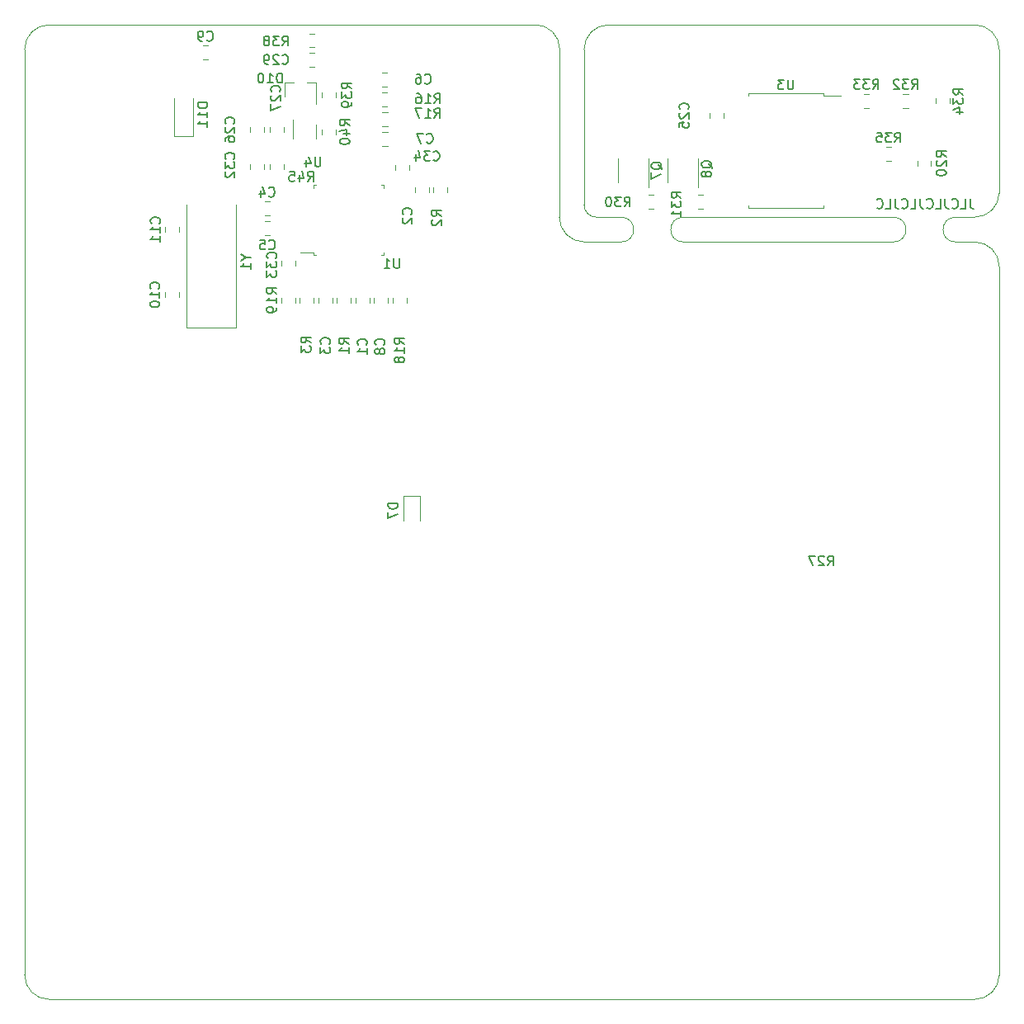
<source format=gbr>
G04 #@! TF.GenerationSoftware,KiCad,Pcbnew,(5.1.5)-3*
G04 #@! TF.CreationDate,2021-01-10T18:58:55+00:00*
G04 #@! TF.ProjectId,Ebike_Controller,4562696b-655f-4436-9f6e-74726f6c6c65,rev?*
G04 #@! TF.SameCoordinates,Original*
G04 #@! TF.FileFunction,Legend,Bot*
G04 #@! TF.FilePolarity,Positive*
%FSLAX46Y46*%
G04 Gerber Fmt 4.6, Leading zero omitted, Abs format (unit mm)*
G04 Created by KiCad (PCBNEW (5.1.5)-3) date 2021-01-10 18:58:55*
%MOMM*%
%LPD*%
G04 APERTURE LIST*
%ADD10C,0.153000*%
%ADD11C,0.050000*%
%ADD12C,0.120000*%
%ADD13C,0.150000*%
G04 APERTURE END LIST*
D10*
X145019047Y-76852380D02*
X145019047Y-77566666D01*
X145066666Y-77709523D01*
X145161904Y-77804761D01*
X145304761Y-77852380D01*
X145400000Y-77852380D01*
X144066666Y-77852380D02*
X144542857Y-77852380D01*
X144542857Y-76852380D01*
X143161904Y-77757142D02*
X143209523Y-77804761D01*
X143352380Y-77852380D01*
X143447619Y-77852380D01*
X143590476Y-77804761D01*
X143685714Y-77709523D01*
X143733333Y-77614285D01*
X143780952Y-77423809D01*
X143780952Y-77280952D01*
X143733333Y-77090476D01*
X143685714Y-76995238D01*
X143590476Y-76900000D01*
X143447619Y-76852380D01*
X143352380Y-76852380D01*
X143209523Y-76900000D01*
X143161904Y-76947619D01*
X142447619Y-76852380D02*
X142447619Y-77566666D01*
X142495238Y-77709523D01*
X142590476Y-77804761D01*
X142733333Y-77852380D01*
X142828571Y-77852380D01*
X141495238Y-77852380D02*
X141971428Y-77852380D01*
X141971428Y-76852380D01*
X140590476Y-77757142D02*
X140638095Y-77804761D01*
X140780952Y-77852380D01*
X140876190Y-77852380D01*
X141019047Y-77804761D01*
X141114285Y-77709523D01*
X141161904Y-77614285D01*
X141209523Y-77423809D01*
X141209523Y-77280952D01*
X141161904Y-77090476D01*
X141114285Y-76995238D01*
X141019047Y-76900000D01*
X140876190Y-76852380D01*
X140780952Y-76852380D01*
X140638095Y-76900000D01*
X140590476Y-76947619D01*
X139876190Y-76852380D02*
X139876190Y-77566666D01*
X139923809Y-77709523D01*
X140019047Y-77804761D01*
X140161904Y-77852380D01*
X140257142Y-77852380D01*
X138923809Y-77852380D02*
X139400000Y-77852380D01*
X139400000Y-76852380D01*
X138019047Y-77757142D02*
X138066666Y-77804761D01*
X138209523Y-77852380D01*
X138304761Y-77852380D01*
X138447619Y-77804761D01*
X138542857Y-77709523D01*
X138590476Y-77614285D01*
X138638095Y-77423809D01*
X138638095Y-77280952D01*
X138590476Y-77090476D01*
X138542857Y-76995238D01*
X138447619Y-76900000D01*
X138304761Y-76852380D01*
X138209523Y-76852380D01*
X138066666Y-76900000D01*
X138019047Y-76947619D01*
X137304761Y-76852380D02*
X137304761Y-77566666D01*
X137352380Y-77709523D01*
X137447619Y-77804761D01*
X137590476Y-77852380D01*
X137685714Y-77852380D01*
X136352380Y-77852380D02*
X136828571Y-77852380D01*
X136828571Y-76852380D01*
X135447619Y-77757142D02*
X135495238Y-77804761D01*
X135638095Y-77852380D01*
X135733333Y-77852380D01*
X135876190Y-77804761D01*
X135971428Y-77709523D01*
X136019047Y-77614285D01*
X136066666Y-77423809D01*
X136066666Y-77280952D01*
X136019047Y-77090476D01*
X135971428Y-76995238D01*
X135876190Y-76900000D01*
X135733333Y-76852380D01*
X135638095Y-76852380D01*
X135495238Y-76900000D01*
X135447619Y-76947619D01*
D11*
X102910000Y-61500000D02*
X102870000Y-78740000D01*
X100410000Y-59000000D02*
G75*
G02X102910000Y-61500000I0J-2500000D01*
G01*
X105410000Y-61500000D02*
G75*
G02X107910000Y-59000000I2500000J0D01*
G01*
X145500000Y-59000000D02*
G75*
G02X148000000Y-61500000I0J-2500000D01*
G01*
X148000000Y-76240000D02*
G75*
G02X145500000Y-78740000I-2500000J0D01*
G01*
X145500000Y-81280000D02*
G75*
G02X148000000Y-83780000I0J-2500000D01*
G01*
X148000000Y-156500000D02*
G75*
G02X145500000Y-159000000I-2500000J0D01*
G01*
X50500000Y-159000000D02*
G75*
G02X48000000Y-156500000I0J2500000D01*
G01*
X48000000Y-61500000D02*
G75*
G02X50500000Y-59000000I2500000J0D01*
G01*
X143510000Y-81280000D02*
X145500000Y-81280000D01*
X143510000Y-78740000D02*
X145500000Y-78740000D01*
X143510000Y-81280000D02*
G75*
G02X143510000Y-78740000I0J1270000D01*
G01*
X137160000Y-78740000D02*
G75*
G02X137160000Y-81280000I0J-1270000D01*
G01*
X109220000Y-78740000D02*
G75*
G02X109220000Y-81280000I0J-1270000D01*
G01*
X105410000Y-81280000D02*
X109220000Y-81280000D01*
X106680000Y-78740000D02*
X109220000Y-78740000D01*
X106680000Y-78740000D02*
G75*
G02X105410000Y-77470000I0J1270000D01*
G01*
X105410000Y-81280000D02*
G75*
G02X102870000Y-78740000I0J2540000D01*
G01*
X105410000Y-61500000D02*
X105410000Y-77470000D01*
X107910000Y-59000000D02*
X145500000Y-59000000D01*
X115570000Y-81280000D02*
X137160000Y-81280000D01*
X115570000Y-81280000D02*
G75*
G02X115570000Y-78740000I0J1270000D01*
G01*
X137160000Y-78740000D02*
X115570000Y-78740000D01*
X148000000Y-83780000D02*
X148000000Y-156500000D01*
X148000000Y-61500000D02*
X148000000Y-76240000D01*
X48000000Y-156500000D02*
X48000000Y-61500000D01*
X145500000Y-159000000D02*
X50500000Y-159000000D01*
X50500000Y-59000000D02*
X100410000Y-59000000D01*
D12*
X65300000Y-70450000D02*
X65300000Y-66550000D01*
X63300000Y-70450000D02*
X63300000Y-66550000D01*
X65300000Y-70450000D02*
X63300000Y-70450000D01*
X89962000Y-76212252D02*
X89962000Y-75689748D01*
X91382000Y-76212252D02*
X91382000Y-75689748D01*
X71166000Y-73799252D02*
X71166000Y-73276748D01*
X72586000Y-73799252D02*
X72586000Y-73276748D01*
X86025000Y-73917252D02*
X86025000Y-73394748D01*
X87445000Y-73917252D02*
X87445000Y-73394748D01*
X74341000Y-83182748D02*
X74341000Y-83705252D01*
X75761000Y-83182748D02*
X75761000Y-83705252D01*
X73153252Y-80589000D02*
X72630748Y-80589000D01*
X73153252Y-79169000D02*
X72630748Y-79169000D01*
X85286000Y-86992748D02*
X85286000Y-87515252D01*
X83866000Y-86992748D02*
X83866000Y-87515252D01*
X84704748Y-70025000D02*
X85227252Y-70025000D01*
X84704748Y-71445000D02*
X85227252Y-71445000D01*
X84695748Y-63929000D02*
X85218252Y-63929000D01*
X84695748Y-65349000D02*
X85218252Y-65349000D01*
X83381000Y-86992748D02*
X83381000Y-87515252D01*
X81961000Y-86992748D02*
X81961000Y-87515252D01*
X74618000Y-73276748D02*
X74618000Y-73799252D01*
X73198000Y-73276748D02*
X73198000Y-73799252D01*
X64627000Y-90058800D02*
X64627000Y-77458800D01*
X69727000Y-90058800D02*
X64627000Y-90058800D01*
X69727000Y-77458800D02*
X69727000Y-90058800D01*
X77862000Y-69273000D02*
X77862000Y-70673000D01*
X75542000Y-70673000D02*
X75542000Y-68773000D01*
X129960000Y-66260000D02*
X131775000Y-66260000D01*
X129960000Y-66015000D02*
X129960000Y-66260000D01*
X126100000Y-66015000D02*
X129960000Y-66015000D01*
X122240000Y-66015000D02*
X122240000Y-66260000D01*
X126100000Y-66015000D02*
X122240000Y-66015000D01*
X129960000Y-77785000D02*
X129960000Y-77540000D01*
X126100000Y-77785000D02*
X129960000Y-77785000D01*
X122240000Y-77785000D02*
X122240000Y-77540000D01*
X126100000Y-77785000D02*
X122240000Y-77785000D01*
X77627800Y-82347600D02*
X76312800Y-82347600D01*
X77627800Y-82647600D02*
X77627800Y-82347600D01*
X77927800Y-82647600D02*
X77627800Y-82647600D01*
X84847800Y-82647600D02*
X84847800Y-82347600D01*
X84547800Y-82647600D02*
X84847800Y-82647600D01*
X77627800Y-75427600D02*
X77627800Y-75727600D01*
X77927800Y-75427600D02*
X77627800Y-75427600D01*
X84847800Y-75427600D02*
X84847800Y-75727600D01*
X84547800Y-75427600D02*
X84847800Y-75427600D01*
X78532000Y-70243252D02*
X78532000Y-69720748D01*
X79952000Y-70243252D02*
X79952000Y-69720748D01*
X79952000Y-65901748D02*
X79952000Y-66424252D01*
X78532000Y-65901748D02*
X78532000Y-66424252D01*
X77725252Y-61310000D02*
X77202748Y-61310000D01*
X77725252Y-59890000D02*
X77202748Y-59890000D01*
X136911252Y-72960000D02*
X136388748Y-72960000D01*
X136911252Y-71540000D02*
X136388748Y-71540000D01*
X141490000Y-67061252D02*
X141490000Y-66538748D01*
X142910000Y-67061252D02*
X142910000Y-66538748D01*
X134636252Y-67510000D02*
X134113748Y-67510000D01*
X134636252Y-66090000D02*
X134113748Y-66090000D01*
X138661252Y-67510000D02*
X138138748Y-67510000D01*
X138661252Y-66090000D02*
X138138748Y-66090000D01*
X117088748Y-76440000D02*
X117611252Y-76440000D01*
X117088748Y-77860000D02*
X117611252Y-77860000D01*
X112038748Y-76440000D02*
X112561252Y-76440000D01*
X112038748Y-77860000D02*
X112561252Y-77860000D01*
X141010000Y-72938748D02*
X141010000Y-73461252D01*
X139590000Y-72938748D02*
X139590000Y-73461252D01*
X75761000Y-86992748D02*
X75761000Y-87515252D01*
X74341000Y-86992748D02*
X74341000Y-87515252D01*
X85771000Y-87515252D02*
X85771000Y-86992748D01*
X87191000Y-87515252D02*
X87191000Y-86992748D01*
X85227252Y-69413000D02*
X84704748Y-69413000D01*
X85227252Y-67993000D02*
X84704748Y-67993000D01*
X85209252Y-67381000D02*
X84686748Y-67381000D01*
X85209252Y-65961000D02*
X84686748Y-65961000D01*
X77666000Y-86992748D02*
X77666000Y-87515252D01*
X76246000Y-86992748D02*
X76246000Y-87515252D01*
X81476000Y-86992748D02*
X81476000Y-87515252D01*
X80056000Y-86992748D02*
X80056000Y-87515252D01*
X117080000Y-72750000D02*
X117080000Y-75700000D01*
X113980000Y-75150000D02*
X113980000Y-72750000D01*
X112030000Y-72750000D02*
X112030000Y-75700000D01*
X108930000Y-75150000D02*
X108930000Y-72750000D01*
X74720000Y-64940000D02*
X74720000Y-66400000D01*
X77880000Y-64940000D02*
X77880000Y-67100000D01*
X77880000Y-64940000D02*
X76950000Y-64940000D01*
X74720000Y-64940000D02*
X75650000Y-64940000D01*
X86837500Y-107335000D02*
X86837500Y-109885000D01*
X88537500Y-107335000D02*
X88537500Y-109885000D01*
X86837500Y-107335000D02*
X88537500Y-107335000D01*
X77211748Y-61890000D02*
X77734252Y-61890000D01*
X77211748Y-63310000D02*
X77734252Y-63310000D01*
X73198000Y-70026078D02*
X73198000Y-69508922D01*
X74618000Y-70026078D02*
X74618000Y-69508922D01*
X71166000Y-70026078D02*
X71166000Y-69508922D01*
X72586000Y-70026078D02*
X72586000Y-69508922D01*
X118290000Y-68561252D02*
X118290000Y-68038748D01*
X119710000Y-68561252D02*
X119710000Y-68038748D01*
X63823000Y-79749722D02*
X63823000Y-80266878D01*
X62403000Y-79749722D02*
X62403000Y-80266878D01*
X62403000Y-86947078D02*
X62403000Y-86429922D01*
X63823000Y-86947078D02*
X63823000Y-86429922D01*
X66800578Y-62555000D02*
X66283422Y-62555000D01*
X66800578Y-61135000D02*
X66283422Y-61135000D01*
X73144252Y-78557000D02*
X72621748Y-78557000D01*
X73144252Y-77137000D02*
X72621748Y-77137000D01*
X79571000Y-86992748D02*
X79571000Y-87515252D01*
X78151000Y-86992748D02*
X78151000Y-87515252D01*
X88057000Y-76212252D02*
X88057000Y-75689748D01*
X89477000Y-76212252D02*
X89477000Y-75689748D01*
D13*
X66752380Y-66985714D02*
X65752380Y-66985714D01*
X65752380Y-67223809D01*
X65800000Y-67366666D01*
X65895238Y-67461904D01*
X65990476Y-67509523D01*
X66180952Y-67557142D01*
X66323809Y-67557142D01*
X66514285Y-67509523D01*
X66609523Y-67461904D01*
X66704761Y-67366666D01*
X66752380Y-67223809D01*
X66752380Y-66985714D01*
X66752380Y-68509523D02*
X66752380Y-67938095D01*
X66752380Y-68223809D02*
X65752380Y-68223809D01*
X65895238Y-68128571D01*
X65990476Y-68033333D01*
X66038095Y-67938095D01*
X66752380Y-69461904D02*
X66752380Y-68890476D01*
X66752380Y-69176190D02*
X65752380Y-69176190D01*
X65895238Y-69080952D01*
X65990476Y-68985714D01*
X66038095Y-68890476D01*
X90752380Y-78633333D02*
X90276190Y-78300000D01*
X90752380Y-78061904D02*
X89752380Y-78061904D01*
X89752380Y-78442857D01*
X89800000Y-78538095D01*
X89847619Y-78585714D01*
X89942857Y-78633333D01*
X90085714Y-78633333D01*
X90180952Y-78585714D01*
X90228571Y-78538095D01*
X90276190Y-78442857D01*
X90276190Y-78061904D01*
X89847619Y-79014285D02*
X89800000Y-79061904D01*
X89752380Y-79157142D01*
X89752380Y-79395238D01*
X89800000Y-79490476D01*
X89847619Y-79538095D01*
X89942857Y-79585714D01*
X90038095Y-79585714D01*
X90180952Y-79538095D01*
X90752380Y-78966666D01*
X90752380Y-79585714D01*
X69457142Y-72757142D02*
X69504761Y-72709523D01*
X69552380Y-72566666D01*
X69552380Y-72471428D01*
X69504761Y-72328571D01*
X69409523Y-72233333D01*
X69314285Y-72185714D01*
X69123809Y-72138095D01*
X68980952Y-72138095D01*
X68790476Y-72185714D01*
X68695238Y-72233333D01*
X68600000Y-72328571D01*
X68552380Y-72471428D01*
X68552380Y-72566666D01*
X68600000Y-72709523D01*
X68647619Y-72757142D01*
X68552380Y-73090476D02*
X68552380Y-73709523D01*
X68933333Y-73376190D01*
X68933333Y-73519047D01*
X68980952Y-73614285D01*
X69028571Y-73661904D01*
X69123809Y-73709523D01*
X69361904Y-73709523D01*
X69457142Y-73661904D01*
X69504761Y-73614285D01*
X69552380Y-73519047D01*
X69552380Y-73233333D01*
X69504761Y-73138095D01*
X69457142Y-73090476D01*
X68647619Y-74090476D02*
X68600000Y-74138095D01*
X68552380Y-74233333D01*
X68552380Y-74471428D01*
X68600000Y-74566666D01*
X68647619Y-74614285D01*
X68742857Y-74661904D01*
X68838095Y-74661904D01*
X68980952Y-74614285D01*
X69552380Y-74042857D01*
X69552380Y-74661904D01*
X130404357Y-114494380D02*
X130737690Y-114018190D01*
X130975785Y-114494380D02*
X130975785Y-113494380D01*
X130594833Y-113494380D01*
X130499595Y-113542000D01*
X130451976Y-113589619D01*
X130404357Y-113684857D01*
X130404357Y-113827714D01*
X130451976Y-113922952D01*
X130499595Y-113970571D01*
X130594833Y-114018190D01*
X130975785Y-114018190D01*
X130023404Y-113589619D02*
X129975785Y-113542000D01*
X129880547Y-113494380D01*
X129642452Y-113494380D01*
X129547214Y-113542000D01*
X129499595Y-113589619D01*
X129451976Y-113684857D01*
X129451976Y-113780095D01*
X129499595Y-113922952D01*
X130071023Y-114494380D01*
X129451976Y-114494380D01*
X129118642Y-113494380D02*
X128451976Y-113494380D01*
X128880547Y-114494380D01*
X89942857Y-72857142D02*
X89990476Y-72904761D01*
X90133333Y-72952380D01*
X90228571Y-72952380D01*
X90371428Y-72904761D01*
X90466666Y-72809523D01*
X90514285Y-72714285D01*
X90561904Y-72523809D01*
X90561904Y-72380952D01*
X90514285Y-72190476D01*
X90466666Y-72095238D01*
X90371428Y-72000000D01*
X90228571Y-71952380D01*
X90133333Y-71952380D01*
X89990476Y-72000000D01*
X89942857Y-72047619D01*
X89609523Y-71952380D02*
X88990476Y-71952380D01*
X89323809Y-72333333D01*
X89180952Y-72333333D01*
X89085714Y-72380952D01*
X89038095Y-72428571D01*
X88990476Y-72523809D01*
X88990476Y-72761904D01*
X89038095Y-72857142D01*
X89085714Y-72904761D01*
X89180952Y-72952380D01*
X89466666Y-72952380D01*
X89561904Y-72904761D01*
X89609523Y-72857142D01*
X88133333Y-72285714D02*
X88133333Y-72952380D01*
X88371428Y-71904761D02*
X88609523Y-72619047D01*
X87990476Y-72619047D01*
X73757142Y-82957142D02*
X73804761Y-82909523D01*
X73852380Y-82766666D01*
X73852380Y-82671428D01*
X73804761Y-82528571D01*
X73709523Y-82433333D01*
X73614285Y-82385714D01*
X73423809Y-82338095D01*
X73280952Y-82338095D01*
X73090476Y-82385714D01*
X72995238Y-82433333D01*
X72900000Y-82528571D01*
X72852380Y-82671428D01*
X72852380Y-82766666D01*
X72900000Y-82909523D01*
X72947619Y-82957142D01*
X72852380Y-83290476D02*
X72852380Y-83909523D01*
X73233333Y-83576190D01*
X73233333Y-83719047D01*
X73280952Y-83814285D01*
X73328571Y-83861904D01*
X73423809Y-83909523D01*
X73661904Y-83909523D01*
X73757142Y-83861904D01*
X73804761Y-83814285D01*
X73852380Y-83719047D01*
X73852380Y-83433333D01*
X73804761Y-83338095D01*
X73757142Y-83290476D01*
X72852380Y-84242857D02*
X72852380Y-84861904D01*
X73233333Y-84528571D01*
X73233333Y-84671428D01*
X73280952Y-84766666D01*
X73328571Y-84814285D01*
X73423809Y-84861904D01*
X73661904Y-84861904D01*
X73757142Y-84814285D01*
X73804761Y-84766666D01*
X73852380Y-84671428D01*
X73852380Y-84385714D01*
X73804761Y-84290476D01*
X73757142Y-84242857D01*
X73066666Y-81957142D02*
X73114285Y-82004761D01*
X73257142Y-82052380D01*
X73352380Y-82052380D01*
X73495238Y-82004761D01*
X73590476Y-81909523D01*
X73638095Y-81814285D01*
X73685714Y-81623809D01*
X73685714Y-81480952D01*
X73638095Y-81290476D01*
X73590476Y-81195238D01*
X73495238Y-81100000D01*
X73352380Y-81052380D01*
X73257142Y-81052380D01*
X73114285Y-81100000D01*
X73066666Y-81147619D01*
X72161904Y-81052380D02*
X72638095Y-81052380D01*
X72685714Y-81528571D01*
X72638095Y-81480952D01*
X72542857Y-81433333D01*
X72304761Y-81433333D01*
X72209523Y-81480952D01*
X72161904Y-81528571D01*
X72114285Y-81623809D01*
X72114285Y-81861904D01*
X72161904Y-81957142D01*
X72209523Y-82004761D01*
X72304761Y-82052380D01*
X72542857Y-82052380D01*
X72638095Y-82004761D01*
X72685714Y-81957142D01*
X84857142Y-91833333D02*
X84904761Y-91785714D01*
X84952380Y-91642857D01*
X84952380Y-91547619D01*
X84904761Y-91404761D01*
X84809523Y-91309523D01*
X84714285Y-91261904D01*
X84523809Y-91214285D01*
X84380952Y-91214285D01*
X84190476Y-91261904D01*
X84095238Y-91309523D01*
X84000000Y-91404761D01*
X83952380Y-91547619D01*
X83952380Y-91642857D01*
X84000000Y-91785714D01*
X84047619Y-91833333D01*
X84380952Y-92404761D02*
X84333333Y-92309523D01*
X84285714Y-92261904D01*
X84190476Y-92214285D01*
X84142857Y-92214285D01*
X84047619Y-92261904D01*
X84000000Y-92309523D01*
X83952380Y-92404761D01*
X83952380Y-92595238D01*
X84000000Y-92690476D01*
X84047619Y-92738095D01*
X84142857Y-92785714D01*
X84190476Y-92785714D01*
X84285714Y-92738095D01*
X84333333Y-92690476D01*
X84380952Y-92595238D01*
X84380952Y-92404761D01*
X84428571Y-92309523D01*
X84476190Y-92261904D01*
X84571428Y-92214285D01*
X84761904Y-92214285D01*
X84857142Y-92261904D01*
X84904761Y-92309523D01*
X84952380Y-92404761D01*
X84952380Y-92595238D01*
X84904761Y-92690476D01*
X84857142Y-92738095D01*
X84761904Y-92785714D01*
X84571428Y-92785714D01*
X84476190Y-92738095D01*
X84428571Y-92690476D01*
X84380952Y-92595238D01*
X89266666Y-71057142D02*
X89314285Y-71104761D01*
X89457142Y-71152380D01*
X89552380Y-71152380D01*
X89695238Y-71104761D01*
X89790476Y-71009523D01*
X89838095Y-70914285D01*
X89885714Y-70723809D01*
X89885714Y-70580952D01*
X89838095Y-70390476D01*
X89790476Y-70295238D01*
X89695238Y-70200000D01*
X89552380Y-70152380D01*
X89457142Y-70152380D01*
X89314285Y-70200000D01*
X89266666Y-70247619D01*
X88933333Y-70152380D02*
X88266666Y-70152380D01*
X88695238Y-71152380D01*
X89066666Y-64957142D02*
X89114285Y-65004761D01*
X89257142Y-65052380D01*
X89352380Y-65052380D01*
X89495238Y-65004761D01*
X89590476Y-64909523D01*
X89638095Y-64814285D01*
X89685714Y-64623809D01*
X89685714Y-64480952D01*
X89638095Y-64290476D01*
X89590476Y-64195238D01*
X89495238Y-64100000D01*
X89352380Y-64052380D01*
X89257142Y-64052380D01*
X89114285Y-64100000D01*
X89066666Y-64147619D01*
X88209523Y-64052380D02*
X88400000Y-64052380D01*
X88495238Y-64100000D01*
X88542857Y-64147619D01*
X88638095Y-64290476D01*
X88685714Y-64480952D01*
X88685714Y-64861904D01*
X88638095Y-64957142D01*
X88590476Y-65004761D01*
X88495238Y-65052380D01*
X88304761Y-65052380D01*
X88209523Y-65004761D01*
X88161904Y-64957142D01*
X88114285Y-64861904D01*
X88114285Y-64623809D01*
X88161904Y-64528571D01*
X88209523Y-64480952D01*
X88304761Y-64433333D01*
X88495238Y-64433333D01*
X88590476Y-64480952D01*
X88638095Y-64528571D01*
X88685714Y-64623809D01*
X83057142Y-91833333D02*
X83104761Y-91785714D01*
X83152380Y-91642857D01*
X83152380Y-91547619D01*
X83104761Y-91404761D01*
X83009523Y-91309523D01*
X82914285Y-91261904D01*
X82723809Y-91214285D01*
X82580952Y-91214285D01*
X82390476Y-91261904D01*
X82295238Y-91309523D01*
X82200000Y-91404761D01*
X82152380Y-91547619D01*
X82152380Y-91642857D01*
X82200000Y-91785714D01*
X82247619Y-91833333D01*
X83152380Y-92785714D02*
X83152380Y-92214285D01*
X83152380Y-92500000D02*
X82152380Y-92500000D01*
X82295238Y-92404761D01*
X82390476Y-92309523D01*
X82438095Y-92214285D01*
X77042857Y-75052380D02*
X77376190Y-74576190D01*
X77614285Y-75052380D02*
X77614285Y-74052380D01*
X77233333Y-74052380D01*
X77138095Y-74100000D01*
X77090476Y-74147619D01*
X77042857Y-74242857D01*
X77042857Y-74385714D01*
X77090476Y-74480952D01*
X77138095Y-74528571D01*
X77233333Y-74576190D01*
X77614285Y-74576190D01*
X76185714Y-74385714D02*
X76185714Y-75052380D01*
X76423809Y-74004761D02*
X76661904Y-74719047D01*
X76042857Y-74719047D01*
X75185714Y-74052380D02*
X75661904Y-74052380D01*
X75709523Y-74528571D01*
X75661904Y-74480952D01*
X75566666Y-74433333D01*
X75328571Y-74433333D01*
X75233333Y-74480952D01*
X75185714Y-74528571D01*
X75138095Y-74623809D01*
X75138095Y-74861904D01*
X75185714Y-74957142D01*
X75233333Y-75004761D01*
X75328571Y-75052380D01*
X75566666Y-75052380D01*
X75661904Y-75004761D01*
X75709523Y-74957142D01*
X70703190Y-82882609D02*
X71179380Y-82882609D01*
X70179380Y-82549276D02*
X70703190Y-82882609D01*
X70179380Y-83215942D01*
X71179380Y-84073085D02*
X71179380Y-83501657D01*
X71179380Y-83787371D02*
X70179380Y-83787371D01*
X70322238Y-83692133D01*
X70417476Y-83596895D01*
X70465095Y-83501657D01*
X78361904Y-72552380D02*
X78361904Y-73361904D01*
X78314285Y-73457142D01*
X78266666Y-73504761D01*
X78171428Y-73552380D01*
X77980952Y-73552380D01*
X77885714Y-73504761D01*
X77838095Y-73457142D01*
X77790476Y-73361904D01*
X77790476Y-72552380D01*
X76885714Y-72885714D02*
X76885714Y-73552380D01*
X77123809Y-72504761D02*
X77361904Y-73219047D01*
X76742857Y-73219047D01*
X126861904Y-64632380D02*
X126861904Y-65441904D01*
X126814285Y-65537142D01*
X126766666Y-65584761D01*
X126671428Y-65632380D01*
X126480952Y-65632380D01*
X126385714Y-65584761D01*
X126338095Y-65537142D01*
X126290476Y-65441904D01*
X126290476Y-64632380D01*
X125909523Y-64632380D02*
X125290476Y-64632380D01*
X125623809Y-65013333D01*
X125480952Y-65013333D01*
X125385714Y-65060952D01*
X125338095Y-65108571D01*
X125290476Y-65203809D01*
X125290476Y-65441904D01*
X125338095Y-65537142D01*
X125385714Y-65584761D01*
X125480952Y-65632380D01*
X125766666Y-65632380D01*
X125861904Y-65584761D01*
X125909523Y-65537142D01*
X86461904Y-82952380D02*
X86461904Y-83761904D01*
X86414285Y-83857142D01*
X86366666Y-83904761D01*
X86271428Y-83952380D01*
X86080952Y-83952380D01*
X85985714Y-83904761D01*
X85938095Y-83857142D01*
X85890476Y-83761904D01*
X85890476Y-82952380D01*
X84890476Y-83952380D02*
X85461904Y-83952380D01*
X85176190Y-83952380D02*
X85176190Y-82952380D01*
X85271428Y-83095238D01*
X85366666Y-83190476D01*
X85461904Y-83238095D01*
X81344380Y-69339142D02*
X80868190Y-69005809D01*
X81344380Y-68767714D02*
X80344380Y-68767714D01*
X80344380Y-69148666D01*
X80392000Y-69243904D01*
X80439619Y-69291523D01*
X80534857Y-69339142D01*
X80677714Y-69339142D01*
X80772952Y-69291523D01*
X80820571Y-69243904D01*
X80868190Y-69148666D01*
X80868190Y-68767714D01*
X80677714Y-70196285D02*
X81344380Y-70196285D01*
X80296761Y-69958190D02*
X81011047Y-69720095D01*
X81011047Y-70339142D01*
X80344380Y-70910571D02*
X80344380Y-71005809D01*
X80392000Y-71101047D01*
X80439619Y-71148666D01*
X80534857Y-71196285D01*
X80725333Y-71243904D01*
X80963428Y-71243904D01*
X81153904Y-71196285D01*
X81249142Y-71148666D01*
X81296761Y-71101047D01*
X81344380Y-71005809D01*
X81344380Y-70910571D01*
X81296761Y-70815333D01*
X81249142Y-70767714D01*
X81153904Y-70720095D01*
X80963428Y-70672476D01*
X80725333Y-70672476D01*
X80534857Y-70720095D01*
X80439619Y-70767714D01*
X80392000Y-70815333D01*
X80344380Y-70910571D01*
X81552380Y-65557142D02*
X81076190Y-65223809D01*
X81552380Y-64985714D02*
X80552380Y-64985714D01*
X80552380Y-65366666D01*
X80600000Y-65461904D01*
X80647619Y-65509523D01*
X80742857Y-65557142D01*
X80885714Y-65557142D01*
X80980952Y-65509523D01*
X81028571Y-65461904D01*
X81076190Y-65366666D01*
X81076190Y-64985714D01*
X80552380Y-65890476D02*
X80552380Y-66509523D01*
X80933333Y-66176190D01*
X80933333Y-66319047D01*
X80980952Y-66414285D01*
X81028571Y-66461904D01*
X81123809Y-66509523D01*
X81361904Y-66509523D01*
X81457142Y-66461904D01*
X81504761Y-66414285D01*
X81552380Y-66319047D01*
X81552380Y-66033333D01*
X81504761Y-65938095D01*
X81457142Y-65890476D01*
X81552380Y-66985714D02*
X81552380Y-67176190D01*
X81504761Y-67271428D01*
X81457142Y-67319047D01*
X81314285Y-67414285D01*
X81123809Y-67461904D01*
X80742857Y-67461904D01*
X80647619Y-67414285D01*
X80600000Y-67366666D01*
X80552380Y-67271428D01*
X80552380Y-67080952D01*
X80600000Y-66985714D01*
X80647619Y-66938095D01*
X80742857Y-66890476D01*
X80980952Y-66890476D01*
X81076190Y-66938095D01*
X81123809Y-66985714D01*
X81171428Y-67080952D01*
X81171428Y-67271428D01*
X81123809Y-67366666D01*
X81076190Y-67414285D01*
X80980952Y-67461904D01*
X74442857Y-61152380D02*
X74776190Y-60676190D01*
X75014285Y-61152380D02*
X75014285Y-60152380D01*
X74633333Y-60152380D01*
X74538095Y-60200000D01*
X74490476Y-60247619D01*
X74442857Y-60342857D01*
X74442857Y-60485714D01*
X74490476Y-60580952D01*
X74538095Y-60628571D01*
X74633333Y-60676190D01*
X75014285Y-60676190D01*
X74109523Y-60152380D02*
X73490476Y-60152380D01*
X73823809Y-60533333D01*
X73680952Y-60533333D01*
X73585714Y-60580952D01*
X73538095Y-60628571D01*
X73490476Y-60723809D01*
X73490476Y-60961904D01*
X73538095Y-61057142D01*
X73585714Y-61104761D01*
X73680952Y-61152380D01*
X73966666Y-61152380D01*
X74061904Y-61104761D01*
X74109523Y-61057142D01*
X72919047Y-60580952D02*
X73014285Y-60533333D01*
X73061904Y-60485714D01*
X73109523Y-60390476D01*
X73109523Y-60342857D01*
X73061904Y-60247619D01*
X73014285Y-60200000D01*
X72919047Y-60152380D01*
X72728571Y-60152380D01*
X72633333Y-60200000D01*
X72585714Y-60247619D01*
X72538095Y-60342857D01*
X72538095Y-60390476D01*
X72585714Y-60485714D01*
X72633333Y-60533333D01*
X72728571Y-60580952D01*
X72919047Y-60580952D01*
X73014285Y-60628571D01*
X73061904Y-60676190D01*
X73109523Y-60771428D01*
X73109523Y-60961904D01*
X73061904Y-61057142D01*
X73014285Y-61104761D01*
X72919047Y-61152380D01*
X72728571Y-61152380D01*
X72633333Y-61104761D01*
X72585714Y-61057142D01*
X72538095Y-60961904D01*
X72538095Y-60771428D01*
X72585714Y-60676190D01*
X72633333Y-60628571D01*
X72728571Y-60580952D01*
X137292857Y-71052380D02*
X137626190Y-70576190D01*
X137864285Y-71052380D02*
X137864285Y-70052380D01*
X137483333Y-70052380D01*
X137388095Y-70100000D01*
X137340476Y-70147619D01*
X137292857Y-70242857D01*
X137292857Y-70385714D01*
X137340476Y-70480952D01*
X137388095Y-70528571D01*
X137483333Y-70576190D01*
X137864285Y-70576190D01*
X136959523Y-70052380D02*
X136340476Y-70052380D01*
X136673809Y-70433333D01*
X136530952Y-70433333D01*
X136435714Y-70480952D01*
X136388095Y-70528571D01*
X136340476Y-70623809D01*
X136340476Y-70861904D01*
X136388095Y-70957142D01*
X136435714Y-71004761D01*
X136530952Y-71052380D01*
X136816666Y-71052380D01*
X136911904Y-71004761D01*
X136959523Y-70957142D01*
X135435714Y-70052380D02*
X135911904Y-70052380D01*
X135959523Y-70528571D01*
X135911904Y-70480952D01*
X135816666Y-70433333D01*
X135578571Y-70433333D01*
X135483333Y-70480952D01*
X135435714Y-70528571D01*
X135388095Y-70623809D01*
X135388095Y-70861904D01*
X135435714Y-70957142D01*
X135483333Y-71004761D01*
X135578571Y-71052380D01*
X135816666Y-71052380D01*
X135911904Y-71004761D01*
X135959523Y-70957142D01*
X144302380Y-66157142D02*
X143826190Y-65823809D01*
X144302380Y-65585714D02*
X143302380Y-65585714D01*
X143302380Y-65966666D01*
X143350000Y-66061904D01*
X143397619Y-66109523D01*
X143492857Y-66157142D01*
X143635714Y-66157142D01*
X143730952Y-66109523D01*
X143778571Y-66061904D01*
X143826190Y-65966666D01*
X143826190Y-65585714D01*
X143302380Y-66490476D02*
X143302380Y-67109523D01*
X143683333Y-66776190D01*
X143683333Y-66919047D01*
X143730952Y-67014285D01*
X143778571Y-67061904D01*
X143873809Y-67109523D01*
X144111904Y-67109523D01*
X144207142Y-67061904D01*
X144254761Y-67014285D01*
X144302380Y-66919047D01*
X144302380Y-66633333D01*
X144254761Y-66538095D01*
X144207142Y-66490476D01*
X143635714Y-67966666D02*
X144302380Y-67966666D01*
X143254761Y-67728571D02*
X143969047Y-67490476D01*
X143969047Y-68109523D01*
X135017857Y-65602380D02*
X135351190Y-65126190D01*
X135589285Y-65602380D02*
X135589285Y-64602380D01*
X135208333Y-64602380D01*
X135113095Y-64650000D01*
X135065476Y-64697619D01*
X135017857Y-64792857D01*
X135017857Y-64935714D01*
X135065476Y-65030952D01*
X135113095Y-65078571D01*
X135208333Y-65126190D01*
X135589285Y-65126190D01*
X134684523Y-64602380D02*
X134065476Y-64602380D01*
X134398809Y-64983333D01*
X134255952Y-64983333D01*
X134160714Y-65030952D01*
X134113095Y-65078571D01*
X134065476Y-65173809D01*
X134065476Y-65411904D01*
X134113095Y-65507142D01*
X134160714Y-65554761D01*
X134255952Y-65602380D01*
X134541666Y-65602380D01*
X134636904Y-65554761D01*
X134684523Y-65507142D01*
X133732142Y-64602380D02*
X133113095Y-64602380D01*
X133446428Y-64983333D01*
X133303571Y-64983333D01*
X133208333Y-65030952D01*
X133160714Y-65078571D01*
X133113095Y-65173809D01*
X133113095Y-65411904D01*
X133160714Y-65507142D01*
X133208333Y-65554761D01*
X133303571Y-65602380D01*
X133589285Y-65602380D01*
X133684523Y-65554761D01*
X133732142Y-65507142D01*
X139042857Y-65602380D02*
X139376190Y-65126190D01*
X139614285Y-65602380D02*
X139614285Y-64602380D01*
X139233333Y-64602380D01*
X139138095Y-64650000D01*
X139090476Y-64697619D01*
X139042857Y-64792857D01*
X139042857Y-64935714D01*
X139090476Y-65030952D01*
X139138095Y-65078571D01*
X139233333Y-65126190D01*
X139614285Y-65126190D01*
X138709523Y-64602380D02*
X138090476Y-64602380D01*
X138423809Y-64983333D01*
X138280952Y-64983333D01*
X138185714Y-65030952D01*
X138138095Y-65078571D01*
X138090476Y-65173809D01*
X138090476Y-65411904D01*
X138138095Y-65507142D01*
X138185714Y-65554761D01*
X138280952Y-65602380D01*
X138566666Y-65602380D01*
X138661904Y-65554761D01*
X138709523Y-65507142D01*
X137709523Y-64697619D02*
X137661904Y-64650000D01*
X137566666Y-64602380D01*
X137328571Y-64602380D01*
X137233333Y-64650000D01*
X137185714Y-64697619D01*
X137138095Y-64792857D01*
X137138095Y-64888095D01*
X137185714Y-65030952D01*
X137757142Y-65602380D01*
X137138095Y-65602380D01*
X115352380Y-76757142D02*
X114876190Y-76423809D01*
X115352380Y-76185714D02*
X114352380Y-76185714D01*
X114352380Y-76566666D01*
X114400000Y-76661904D01*
X114447619Y-76709523D01*
X114542857Y-76757142D01*
X114685714Y-76757142D01*
X114780952Y-76709523D01*
X114828571Y-76661904D01*
X114876190Y-76566666D01*
X114876190Y-76185714D01*
X114352380Y-77090476D02*
X114352380Y-77709523D01*
X114733333Y-77376190D01*
X114733333Y-77519047D01*
X114780952Y-77614285D01*
X114828571Y-77661904D01*
X114923809Y-77709523D01*
X115161904Y-77709523D01*
X115257142Y-77661904D01*
X115304761Y-77614285D01*
X115352380Y-77519047D01*
X115352380Y-77233333D01*
X115304761Y-77138095D01*
X115257142Y-77090476D01*
X115352380Y-78661904D02*
X115352380Y-78090476D01*
X115352380Y-78376190D02*
X114352380Y-78376190D01*
X114495238Y-78280952D01*
X114590476Y-78185714D01*
X114638095Y-78090476D01*
X109542857Y-77652380D02*
X109876190Y-77176190D01*
X110114285Y-77652380D02*
X110114285Y-76652380D01*
X109733333Y-76652380D01*
X109638095Y-76700000D01*
X109590476Y-76747619D01*
X109542857Y-76842857D01*
X109542857Y-76985714D01*
X109590476Y-77080952D01*
X109638095Y-77128571D01*
X109733333Y-77176190D01*
X110114285Y-77176190D01*
X109209523Y-76652380D02*
X108590476Y-76652380D01*
X108923809Y-77033333D01*
X108780952Y-77033333D01*
X108685714Y-77080952D01*
X108638095Y-77128571D01*
X108590476Y-77223809D01*
X108590476Y-77461904D01*
X108638095Y-77557142D01*
X108685714Y-77604761D01*
X108780952Y-77652380D01*
X109066666Y-77652380D01*
X109161904Y-77604761D01*
X109209523Y-77557142D01*
X107971428Y-76652380D02*
X107876190Y-76652380D01*
X107780952Y-76700000D01*
X107733333Y-76747619D01*
X107685714Y-76842857D01*
X107638095Y-77033333D01*
X107638095Y-77271428D01*
X107685714Y-77461904D01*
X107733333Y-77557142D01*
X107780952Y-77604761D01*
X107876190Y-77652380D01*
X107971428Y-77652380D01*
X108066666Y-77604761D01*
X108114285Y-77557142D01*
X108161904Y-77461904D01*
X108209523Y-77271428D01*
X108209523Y-77033333D01*
X108161904Y-76842857D01*
X108114285Y-76747619D01*
X108066666Y-76700000D01*
X107971428Y-76652380D01*
X142552380Y-72557142D02*
X142076190Y-72223809D01*
X142552380Y-71985714D02*
X141552380Y-71985714D01*
X141552380Y-72366666D01*
X141600000Y-72461904D01*
X141647619Y-72509523D01*
X141742857Y-72557142D01*
X141885714Y-72557142D01*
X141980952Y-72509523D01*
X142028571Y-72461904D01*
X142076190Y-72366666D01*
X142076190Y-71985714D01*
X141647619Y-72938095D02*
X141600000Y-72985714D01*
X141552380Y-73080952D01*
X141552380Y-73319047D01*
X141600000Y-73414285D01*
X141647619Y-73461904D01*
X141742857Y-73509523D01*
X141838095Y-73509523D01*
X141980952Y-73461904D01*
X142552380Y-72890476D01*
X142552380Y-73509523D01*
X141552380Y-74128571D02*
X141552380Y-74223809D01*
X141600000Y-74319047D01*
X141647619Y-74366666D01*
X141742857Y-74414285D01*
X141933333Y-74461904D01*
X142171428Y-74461904D01*
X142361904Y-74414285D01*
X142457142Y-74366666D01*
X142504761Y-74319047D01*
X142552380Y-74223809D01*
X142552380Y-74128571D01*
X142504761Y-74033333D01*
X142457142Y-73985714D01*
X142361904Y-73938095D01*
X142171428Y-73890476D01*
X141933333Y-73890476D01*
X141742857Y-73938095D01*
X141647619Y-73985714D01*
X141600000Y-74033333D01*
X141552380Y-74128571D01*
X73853380Y-86611142D02*
X73377190Y-86277809D01*
X73853380Y-86039714D02*
X72853380Y-86039714D01*
X72853380Y-86420666D01*
X72901000Y-86515904D01*
X72948619Y-86563523D01*
X73043857Y-86611142D01*
X73186714Y-86611142D01*
X73281952Y-86563523D01*
X73329571Y-86515904D01*
X73377190Y-86420666D01*
X73377190Y-86039714D01*
X73853380Y-87563523D02*
X73853380Y-86992095D01*
X73853380Y-87277809D02*
X72853380Y-87277809D01*
X72996238Y-87182571D01*
X73091476Y-87087333D01*
X73139095Y-86992095D01*
X73853380Y-88039714D02*
X73853380Y-88230190D01*
X73805761Y-88325428D01*
X73758142Y-88373047D01*
X73615285Y-88468285D01*
X73424809Y-88515904D01*
X73043857Y-88515904D01*
X72948619Y-88468285D01*
X72901000Y-88420666D01*
X72853380Y-88325428D01*
X72853380Y-88134952D01*
X72901000Y-88039714D01*
X72948619Y-87992095D01*
X73043857Y-87944476D01*
X73281952Y-87944476D01*
X73377190Y-87992095D01*
X73424809Y-88039714D01*
X73472428Y-88134952D01*
X73472428Y-88325428D01*
X73424809Y-88420666D01*
X73377190Y-88468285D01*
X73281952Y-88515904D01*
X86952380Y-91757142D02*
X86476190Y-91423809D01*
X86952380Y-91185714D02*
X85952380Y-91185714D01*
X85952380Y-91566666D01*
X86000000Y-91661904D01*
X86047619Y-91709523D01*
X86142857Y-91757142D01*
X86285714Y-91757142D01*
X86380952Y-91709523D01*
X86428571Y-91661904D01*
X86476190Y-91566666D01*
X86476190Y-91185714D01*
X86952380Y-92709523D02*
X86952380Y-92138095D01*
X86952380Y-92423809D02*
X85952380Y-92423809D01*
X86095238Y-92328571D01*
X86190476Y-92233333D01*
X86238095Y-92138095D01*
X86380952Y-93280952D02*
X86333333Y-93185714D01*
X86285714Y-93138095D01*
X86190476Y-93090476D01*
X86142857Y-93090476D01*
X86047619Y-93138095D01*
X86000000Y-93185714D01*
X85952380Y-93280952D01*
X85952380Y-93471428D01*
X86000000Y-93566666D01*
X86047619Y-93614285D01*
X86142857Y-93661904D01*
X86190476Y-93661904D01*
X86285714Y-93614285D01*
X86333333Y-93566666D01*
X86380952Y-93471428D01*
X86380952Y-93280952D01*
X86428571Y-93185714D01*
X86476190Y-93138095D01*
X86571428Y-93090476D01*
X86761904Y-93090476D01*
X86857142Y-93138095D01*
X86904761Y-93185714D01*
X86952380Y-93280952D01*
X86952380Y-93471428D01*
X86904761Y-93566666D01*
X86857142Y-93614285D01*
X86761904Y-93661904D01*
X86571428Y-93661904D01*
X86476190Y-93614285D01*
X86428571Y-93566666D01*
X86380952Y-93471428D01*
X90042857Y-68552380D02*
X90376190Y-68076190D01*
X90614285Y-68552380D02*
X90614285Y-67552380D01*
X90233333Y-67552380D01*
X90138095Y-67600000D01*
X90090476Y-67647619D01*
X90042857Y-67742857D01*
X90042857Y-67885714D01*
X90090476Y-67980952D01*
X90138095Y-68028571D01*
X90233333Y-68076190D01*
X90614285Y-68076190D01*
X89090476Y-68552380D02*
X89661904Y-68552380D01*
X89376190Y-68552380D02*
X89376190Y-67552380D01*
X89471428Y-67695238D01*
X89566666Y-67790476D01*
X89661904Y-67838095D01*
X88757142Y-67552380D02*
X88090476Y-67552380D01*
X88519047Y-68552380D01*
X90042857Y-67052380D02*
X90376190Y-66576190D01*
X90614285Y-67052380D02*
X90614285Y-66052380D01*
X90233333Y-66052380D01*
X90138095Y-66100000D01*
X90090476Y-66147619D01*
X90042857Y-66242857D01*
X90042857Y-66385714D01*
X90090476Y-66480952D01*
X90138095Y-66528571D01*
X90233333Y-66576190D01*
X90614285Y-66576190D01*
X89090476Y-67052380D02*
X89661904Y-67052380D01*
X89376190Y-67052380D02*
X89376190Y-66052380D01*
X89471428Y-66195238D01*
X89566666Y-66290476D01*
X89661904Y-66338095D01*
X88233333Y-66052380D02*
X88423809Y-66052380D01*
X88519047Y-66100000D01*
X88566666Y-66147619D01*
X88661904Y-66290476D01*
X88709523Y-66480952D01*
X88709523Y-66861904D01*
X88661904Y-66957142D01*
X88614285Y-67004761D01*
X88519047Y-67052380D01*
X88328571Y-67052380D01*
X88233333Y-67004761D01*
X88185714Y-66957142D01*
X88138095Y-66861904D01*
X88138095Y-66623809D01*
X88185714Y-66528571D01*
X88233333Y-66480952D01*
X88328571Y-66433333D01*
X88519047Y-66433333D01*
X88614285Y-66480952D01*
X88661904Y-66528571D01*
X88709523Y-66623809D01*
X77352380Y-91633333D02*
X76876190Y-91300000D01*
X77352380Y-91061904D02*
X76352380Y-91061904D01*
X76352380Y-91442857D01*
X76400000Y-91538095D01*
X76447619Y-91585714D01*
X76542857Y-91633333D01*
X76685714Y-91633333D01*
X76780952Y-91585714D01*
X76828571Y-91538095D01*
X76876190Y-91442857D01*
X76876190Y-91061904D01*
X76352380Y-91966666D02*
X76352380Y-92585714D01*
X76733333Y-92252380D01*
X76733333Y-92395238D01*
X76780952Y-92490476D01*
X76828571Y-92538095D01*
X76923809Y-92585714D01*
X77161904Y-92585714D01*
X77257142Y-92538095D01*
X77304761Y-92490476D01*
X77352380Y-92395238D01*
X77352380Y-92109523D01*
X77304761Y-92014285D01*
X77257142Y-91966666D01*
X81252380Y-91733333D02*
X80776190Y-91400000D01*
X81252380Y-91161904D02*
X80252380Y-91161904D01*
X80252380Y-91542857D01*
X80300000Y-91638095D01*
X80347619Y-91685714D01*
X80442857Y-91733333D01*
X80585714Y-91733333D01*
X80680952Y-91685714D01*
X80728571Y-91638095D01*
X80776190Y-91542857D01*
X80776190Y-91161904D01*
X81252380Y-92685714D02*
X81252380Y-92114285D01*
X81252380Y-92400000D02*
X80252380Y-92400000D01*
X80395238Y-92304761D01*
X80490476Y-92209523D01*
X80538095Y-92114285D01*
X118547619Y-73704761D02*
X118500000Y-73609523D01*
X118404761Y-73514285D01*
X118261904Y-73371428D01*
X118214285Y-73276190D01*
X118214285Y-73180952D01*
X118452380Y-73228571D02*
X118404761Y-73133333D01*
X118309523Y-73038095D01*
X118119047Y-72990476D01*
X117785714Y-72990476D01*
X117595238Y-73038095D01*
X117500000Y-73133333D01*
X117452380Y-73228571D01*
X117452380Y-73419047D01*
X117500000Y-73514285D01*
X117595238Y-73609523D01*
X117785714Y-73657142D01*
X118119047Y-73657142D01*
X118309523Y-73609523D01*
X118404761Y-73514285D01*
X118452380Y-73419047D01*
X118452380Y-73228571D01*
X117880952Y-74228571D02*
X117833333Y-74133333D01*
X117785714Y-74085714D01*
X117690476Y-74038095D01*
X117642857Y-74038095D01*
X117547619Y-74085714D01*
X117500000Y-74133333D01*
X117452380Y-74228571D01*
X117452380Y-74419047D01*
X117500000Y-74514285D01*
X117547619Y-74561904D01*
X117642857Y-74609523D01*
X117690476Y-74609523D01*
X117785714Y-74561904D01*
X117833333Y-74514285D01*
X117880952Y-74419047D01*
X117880952Y-74228571D01*
X117928571Y-74133333D01*
X117976190Y-74085714D01*
X118071428Y-74038095D01*
X118261904Y-74038095D01*
X118357142Y-74085714D01*
X118404761Y-74133333D01*
X118452380Y-74228571D01*
X118452380Y-74419047D01*
X118404761Y-74514285D01*
X118357142Y-74561904D01*
X118261904Y-74609523D01*
X118071428Y-74609523D01*
X117976190Y-74561904D01*
X117928571Y-74514285D01*
X117880952Y-74419047D01*
X113407619Y-73834761D02*
X113360000Y-73739523D01*
X113264761Y-73644285D01*
X113121904Y-73501428D01*
X113074285Y-73406190D01*
X113074285Y-73310952D01*
X113312380Y-73358571D02*
X113264761Y-73263333D01*
X113169523Y-73168095D01*
X112979047Y-73120476D01*
X112645714Y-73120476D01*
X112455238Y-73168095D01*
X112360000Y-73263333D01*
X112312380Y-73358571D01*
X112312380Y-73549047D01*
X112360000Y-73644285D01*
X112455238Y-73739523D01*
X112645714Y-73787142D01*
X112979047Y-73787142D01*
X113169523Y-73739523D01*
X113264761Y-73644285D01*
X113312380Y-73549047D01*
X113312380Y-73358571D01*
X112312380Y-74120476D02*
X112312380Y-74787142D01*
X113312380Y-74358571D01*
X74414285Y-64952380D02*
X74414285Y-63952380D01*
X74176190Y-63952380D01*
X74033333Y-64000000D01*
X73938095Y-64095238D01*
X73890476Y-64190476D01*
X73842857Y-64380952D01*
X73842857Y-64523809D01*
X73890476Y-64714285D01*
X73938095Y-64809523D01*
X74033333Y-64904761D01*
X74176190Y-64952380D01*
X74414285Y-64952380D01*
X72890476Y-64952380D02*
X73461904Y-64952380D01*
X73176190Y-64952380D02*
X73176190Y-63952380D01*
X73271428Y-64095238D01*
X73366666Y-64190476D01*
X73461904Y-64238095D01*
X72271428Y-63952380D02*
X72176190Y-63952380D01*
X72080952Y-64000000D01*
X72033333Y-64047619D01*
X71985714Y-64142857D01*
X71938095Y-64333333D01*
X71938095Y-64571428D01*
X71985714Y-64761904D01*
X72033333Y-64857142D01*
X72080952Y-64904761D01*
X72176190Y-64952380D01*
X72271428Y-64952380D01*
X72366666Y-64904761D01*
X72414285Y-64857142D01*
X72461904Y-64761904D01*
X72509523Y-64571428D01*
X72509523Y-64333333D01*
X72461904Y-64142857D01*
X72414285Y-64047619D01*
X72366666Y-64000000D01*
X72271428Y-63952380D01*
X86289880Y-108096904D02*
X85289880Y-108096904D01*
X85289880Y-108335000D01*
X85337500Y-108477857D01*
X85432738Y-108573095D01*
X85527976Y-108620714D01*
X85718452Y-108668333D01*
X85861309Y-108668333D01*
X86051785Y-108620714D01*
X86147023Y-108573095D01*
X86242261Y-108477857D01*
X86289880Y-108335000D01*
X86289880Y-108096904D01*
X85289880Y-109001666D02*
X85289880Y-109668333D01*
X86289880Y-109239761D01*
X74442857Y-62957142D02*
X74490476Y-63004761D01*
X74633333Y-63052380D01*
X74728571Y-63052380D01*
X74871428Y-63004761D01*
X74966666Y-62909523D01*
X75014285Y-62814285D01*
X75061904Y-62623809D01*
X75061904Y-62480952D01*
X75014285Y-62290476D01*
X74966666Y-62195238D01*
X74871428Y-62100000D01*
X74728571Y-62052380D01*
X74633333Y-62052380D01*
X74490476Y-62100000D01*
X74442857Y-62147619D01*
X74061904Y-62147619D02*
X74014285Y-62100000D01*
X73919047Y-62052380D01*
X73680952Y-62052380D01*
X73585714Y-62100000D01*
X73538095Y-62147619D01*
X73490476Y-62242857D01*
X73490476Y-62338095D01*
X73538095Y-62480952D01*
X74109523Y-63052380D01*
X73490476Y-63052380D01*
X73014285Y-63052380D02*
X72823809Y-63052380D01*
X72728571Y-63004761D01*
X72680952Y-62957142D01*
X72585714Y-62814285D01*
X72538095Y-62623809D01*
X72538095Y-62242857D01*
X72585714Y-62147619D01*
X72633333Y-62100000D01*
X72728571Y-62052380D01*
X72919047Y-62052380D01*
X73014285Y-62100000D01*
X73061904Y-62147619D01*
X73109523Y-62242857D01*
X73109523Y-62480952D01*
X73061904Y-62576190D01*
X73014285Y-62623809D01*
X72919047Y-62671428D01*
X72728571Y-62671428D01*
X72633333Y-62623809D01*
X72585714Y-62576190D01*
X72538095Y-62480952D01*
X74157142Y-65857142D02*
X74204761Y-65809523D01*
X74252380Y-65666666D01*
X74252380Y-65571428D01*
X74204761Y-65428571D01*
X74109523Y-65333333D01*
X74014285Y-65285714D01*
X73823809Y-65238095D01*
X73680952Y-65238095D01*
X73490476Y-65285714D01*
X73395238Y-65333333D01*
X73300000Y-65428571D01*
X73252380Y-65571428D01*
X73252380Y-65666666D01*
X73300000Y-65809523D01*
X73347619Y-65857142D01*
X73347619Y-66238095D02*
X73300000Y-66285714D01*
X73252380Y-66380952D01*
X73252380Y-66619047D01*
X73300000Y-66714285D01*
X73347619Y-66761904D01*
X73442857Y-66809523D01*
X73538095Y-66809523D01*
X73680952Y-66761904D01*
X74252380Y-66190476D01*
X74252380Y-66809523D01*
X73252380Y-67142857D02*
X73252380Y-67809523D01*
X74252380Y-67380952D01*
X69457142Y-69124642D02*
X69504761Y-69077023D01*
X69552380Y-68934166D01*
X69552380Y-68838928D01*
X69504761Y-68696071D01*
X69409523Y-68600833D01*
X69314285Y-68553214D01*
X69123809Y-68505595D01*
X68980952Y-68505595D01*
X68790476Y-68553214D01*
X68695238Y-68600833D01*
X68600000Y-68696071D01*
X68552380Y-68838928D01*
X68552380Y-68934166D01*
X68600000Y-69077023D01*
X68647619Y-69124642D01*
X68647619Y-69505595D02*
X68600000Y-69553214D01*
X68552380Y-69648452D01*
X68552380Y-69886547D01*
X68600000Y-69981785D01*
X68647619Y-70029404D01*
X68742857Y-70077023D01*
X68838095Y-70077023D01*
X68980952Y-70029404D01*
X69552380Y-69457976D01*
X69552380Y-70077023D01*
X68552380Y-70934166D02*
X68552380Y-70743690D01*
X68600000Y-70648452D01*
X68647619Y-70600833D01*
X68790476Y-70505595D01*
X68980952Y-70457976D01*
X69361904Y-70457976D01*
X69457142Y-70505595D01*
X69504761Y-70553214D01*
X69552380Y-70648452D01*
X69552380Y-70838928D01*
X69504761Y-70934166D01*
X69457142Y-70981785D01*
X69361904Y-71029404D01*
X69123809Y-71029404D01*
X69028571Y-70981785D01*
X68980952Y-70934166D01*
X68933333Y-70838928D01*
X68933333Y-70648452D01*
X68980952Y-70553214D01*
X69028571Y-70505595D01*
X69123809Y-70457976D01*
X116057142Y-67657142D02*
X116104761Y-67609523D01*
X116152380Y-67466666D01*
X116152380Y-67371428D01*
X116104761Y-67228571D01*
X116009523Y-67133333D01*
X115914285Y-67085714D01*
X115723809Y-67038095D01*
X115580952Y-67038095D01*
X115390476Y-67085714D01*
X115295238Y-67133333D01*
X115200000Y-67228571D01*
X115152380Y-67371428D01*
X115152380Y-67466666D01*
X115200000Y-67609523D01*
X115247619Y-67657142D01*
X115247619Y-68038095D02*
X115200000Y-68085714D01*
X115152380Y-68180952D01*
X115152380Y-68419047D01*
X115200000Y-68514285D01*
X115247619Y-68561904D01*
X115342857Y-68609523D01*
X115438095Y-68609523D01*
X115580952Y-68561904D01*
X116152380Y-67990476D01*
X116152380Y-68609523D01*
X115152380Y-69514285D02*
X115152380Y-69038095D01*
X115628571Y-68990476D01*
X115580952Y-69038095D01*
X115533333Y-69133333D01*
X115533333Y-69371428D01*
X115580952Y-69466666D01*
X115628571Y-69514285D01*
X115723809Y-69561904D01*
X115961904Y-69561904D01*
X116057142Y-69514285D01*
X116104761Y-69466666D01*
X116152380Y-69371428D01*
X116152380Y-69133333D01*
X116104761Y-69038095D01*
X116057142Y-68990476D01*
X61820142Y-79365442D02*
X61867761Y-79317823D01*
X61915380Y-79174966D01*
X61915380Y-79079728D01*
X61867761Y-78936871D01*
X61772523Y-78841633D01*
X61677285Y-78794014D01*
X61486809Y-78746395D01*
X61343952Y-78746395D01*
X61153476Y-78794014D01*
X61058238Y-78841633D01*
X60963000Y-78936871D01*
X60915380Y-79079728D01*
X60915380Y-79174966D01*
X60963000Y-79317823D01*
X61010619Y-79365442D01*
X61915380Y-80317823D02*
X61915380Y-79746395D01*
X61915380Y-80032109D02*
X60915380Y-80032109D01*
X61058238Y-79936871D01*
X61153476Y-79841633D01*
X61201095Y-79746395D01*
X61915380Y-81270204D02*
X61915380Y-80698776D01*
X61915380Y-80984490D02*
X60915380Y-80984490D01*
X61058238Y-80889252D01*
X61153476Y-80794014D01*
X61201095Y-80698776D01*
X61757142Y-86057142D02*
X61804761Y-86009523D01*
X61852380Y-85866666D01*
X61852380Y-85771428D01*
X61804761Y-85628571D01*
X61709523Y-85533333D01*
X61614285Y-85485714D01*
X61423809Y-85438095D01*
X61280952Y-85438095D01*
X61090476Y-85485714D01*
X60995238Y-85533333D01*
X60900000Y-85628571D01*
X60852380Y-85771428D01*
X60852380Y-85866666D01*
X60900000Y-86009523D01*
X60947619Y-86057142D01*
X61852380Y-87009523D02*
X61852380Y-86438095D01*
X61852380Y-86723809D02*
X60852380Y-86723809D01*
X60995238Y-86628571D01*
X61090476Y-86533333D01*
X61138095Y-86438095D01*
X60852380Y-87628571D02*
X60852380Y-87723809D01*
X60900000Y-87819047D01*
X60947619Y-87866666D01*
X61042857Y-87914285D01*
X61233333Y-87961904D01*
X61471428Y-87961904D01*
X61661904Y-87914285D01*
X61757142Y-87866666D01*
X61804761Y-87819047D01*
X61852380Y-87723809D01*
X61852380Y-87628571D01*
X61804761Y-87533333D01*
X61757142Y-87485714D01*
X61661904Y-87438095D01*
X61471428Y-87390476D01*
X61233333Y-87390476D01*
X61042857Y-87438095D01*
X60947619Y-87485714D01*
X60900000Y-87533333D01*
X60852380Y-87628571D01*
X66708666Y-60552142D02*
X66756285Y-60599761D01*
X66899142Y-60647380D01*
X66994380Y-60647380D01*
X67137238Y-60599761D01*
X67232476Y-60504523D01*
X67280095Y-60409285D01*
X67327714Y-60218809D01*
X67327714Y-60075952D01*
X67280095Y-59885476D01*
X67232476Y-59790238D01*
X67137238Y-59695000D01*
X66994380Y-59647380D01*
X66899142Y-59647380D01*
X66756285Y-59695000D01*
X66708666Y-59742619D01*
X66232476Y-60647380D02*
X66042000Y-60647380D01*
X65946761Y-60599761D01*
X65899142Y-60552142D01*
X65803904Y-60409285D01*
X65756285Y-60218809D01*
X65756285Y-59837857D01*
X65803904Y-59742619D01*
X65851523Y-59695000D01*
X65946761Y-59647380D01*
X66137238Y-59647380D01*
X66232476Y-59695000D01*
X66280095Y-59742619D01*
X66327714Y-59837857D01*
X66327714Y-60075952D01*
X66280095Y-60171190D01*
X66232476Y-60218809D01*
X66137238Y-60266428D01*
X65946761Y-60266428D01*
X65851523Y-60218809D01*
X65803904Y-60171190D01*
X65756285Y-60075952D01*
X73049666Y-76554142D02*
X73097285Y-76601761D01*
X73240142Y-76649380D01*
X73335380Y-76649380D01*
X73478238Y-76601761D01*
X73573476Y-76506523D01*
X73621095Y-76411285D01*
X73668714Y-76220809D01*
X73668714Y-76077952D01*
X73621095Y-75887476D01*
X73573476Y-75792238D01*
X73478238Y-75697000D01*
X73335380Y-75649380D01*
X73240142Y-75649380D01*
X73097285Y-75697000D01*
X73049666Y-75744619D01*
X72192523Y-75982714D02*
X72192523Y-76649380D01*
X72430619Y-75601761D02*
X72668714Y-76316047D01*
X72049666Y-76316047D01*
X79257142Y-91733333D02*
X79304761Y-91685714D01*
X79352380Y-91542857D01*
X79352380Y-91447619D01*
X79304761Y-91304761D01*
X79209523Y-91209523D01*
X79114285Y-91161904D01*
X78923809Y-91114285D01*
X78780952Y-91114285D01*
X78590476Y-91161904D01*
X78495238Y-91209523D01*
X78400000Y-91304761D01*
X78352380Y-91447619D01*
X78352380Y-91542857D01*
X78400000Y-91685714D01*
X78447619Y-91733333D01*
X78352380Y-92066666D02*
X78352380Y-92685714D01*
X78733333Y-92352380D01*
X78733333Y-92495238D01*
X78780952Y-92590476D01*
X78828571Y-92638095D01*
X78923809Y-92685714D01*
X79161904Y-92685714D01*
X79257142Y-92638095D01*
X79304761Y-92590476D01*
X79352380Y-92495238D01*
X79352380Y-92209523D01*
X79304761Y-92114285D01*
X79257142Y-92066666D01*
X87657142Y-78433333D02*
X87704761Y-78385714D01*
X87752380Y-78242857D01*
X87752380Y-78147619D01*
X87704761Y-78004761D01*
X87609523Y-77909523D01*
X87514285Y-77861904D01*
X87323809Y-77814285D01*
X87180952Y-77814285D01*
X86990476Y-77861904D01*
X86895238Y-77909523D01*
X86800000Y-78004761D01*
X86752380Y-78147619D01*
X86752380Y-78242857D01*
X86800000Y-78385714D01*
X86847619Y-78433333D01*
X86847619Y-78814285D02*
X86800000Y-78861904D01*
X86752380Y-78957142D01*
X86752380Y-79195238D01*
X86800000Y-79290476D01*
X86847619Y-79338095D01*
X86942857Y-79385714D01*
X87038095Y-79385714D01*
X87180952Y-79338095D01*
X87752380Y-78766666D01*
X87752380Y-79385714D01*
M02*

</source>
